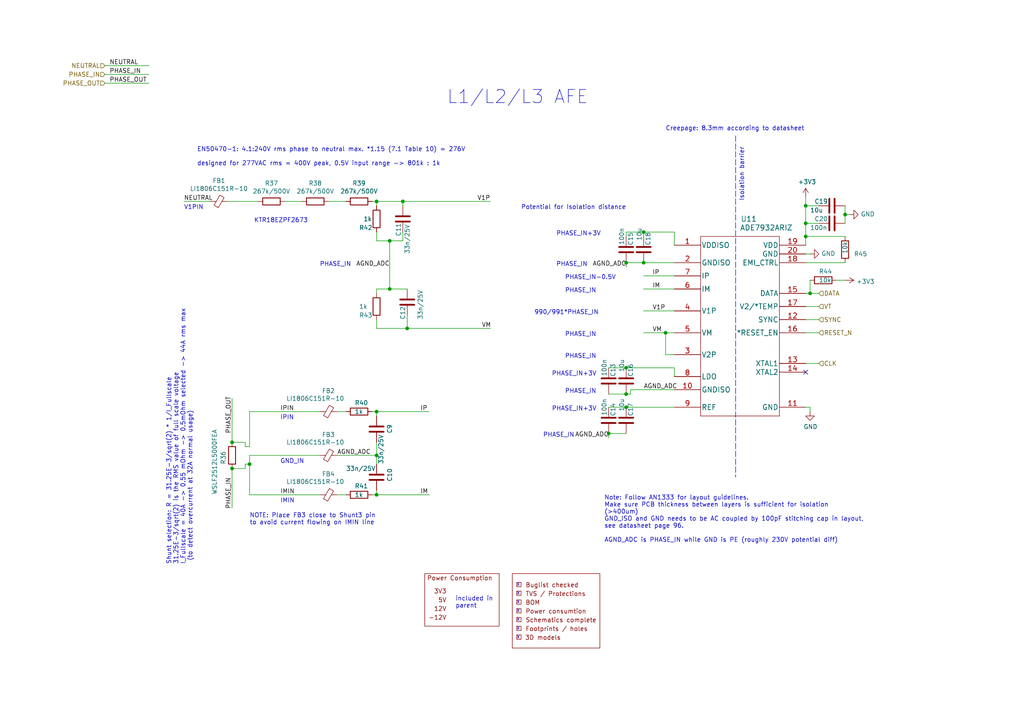
<source format=kicad_sch>
(kicad_sch (version 20211123) (generator eeschema)
  (paper "A4")
  (title_block (title "Yeti Board") (date "2021-05-14") (rev "02") (company "Pionix GmbH") (comment 1 "Cornelius Claussen"))
  (lib_symbols
    (symbol "Device:C" (pin_numbers hide) (pin_names (offset 0.254))
      (property "Reference" "C" (at 0.635 2.54 0))
      (property "Value" "C" (at 0.635 -2.54 0))
      (symbol "C_0_1"
        (polyline (pts (xy -2.032 -0.762) (xy 2.032 -0.762)) (stroke (width 0.508)))
        (polyline (pts (xy -2.032 0.762) (xy 2.032 0.762)) (stroke (width 0.508)))
      )
      (symbol "C_1_1"
        (pin passive line (at 0 3.81 270) (length 2.794) (name "~") (number "1"))
        (pin passive line (at 0 -3.81 90) (length 2.794) (name "~") (number "2"))
      )
    )
    (symbol "Device:FerriteBead_Small" (pin_numbers hide) (pin_names (offset 0))
      (property "Reference" "FB" (at 1.905 1.27 0))
      (property "Value" "FerriteBead_Small" (at 1.905 -1.27 0))
      (symbol "FerriteBead_Small_0_1"
        (polyline (pts (xy 0 -1.27) (xy 0 -0.7874)))
        (polyline (pts (xy 0 0.889) (xy 0 1.2954)))
        (polyline (pts (xy -1.8288 0.2794) (xy -1.1176 1.4986) (xy 1.8288 -0.2032) (xy 1.1176 -1.4224) (xy -1.8288 0.2794)))
      )
      (symbol "FerriteBead_Small_1_1"
        (pin passive line (at 0 2.54 270) (length 1.27) (name "~") (number "1"))
        (pin passive line (at 0 -2.54 90) (length 1.27) (name "~") (number "2"))
      )
    )
    (symbol "Device:R" (pin_numbers hide) (pin_names (offset 0))
      (property "Reference" "R" (at 2.032 0 90))
      (property "Value" "R" (at 0 0 90))
      (symbol "R_0_1"
        (rectangle (start -1.016 -2.54) (end 1.016 2.54) (stroke (width 0.254)))
      )
      (symbol "R_1_1"
        (pin passive line (at 0 3.81 270) (length 1.27) (name "~") (number "1"))
        (pin passive line (at 0 -3.81 90) (length 1.27) (name "~") (number "2"))
      )
    )
    (symbol "ev-devboard:ADE7932ARIZ" (pin_names (offset 0.254))
      (property "Reference" "U" (at -3.81 30.48 0))
      (property "Value" "ADE7932ARIZ" (at -3.81 27.94 0))
      (symbol "ADE7932ARIZ_0_1"
        (rectangle (start -12.7 25.4) (end 10.16 -26.67))
        (rectangle (start 10.16 -26.67) (end 10.16 -26.67))
      )
      (symbol "ADE7932ARIZ_1_1"
        (pin passive line (at -20.32 22.86 0) (length 7.62) (name "VDDISO") (number "1"))
        (pin passive line (at -20.32 -19.05 0) (length 7.62) (name "GNDISO") (number "10"))
        (pin power_in line (at 17.78 -24.13 180) (length 7.62) (name "GND") (number "11"))
        (pin input line (at 17.78 1.27 180) (length 7.62) (name "SYNC") (number "12"))
        (pin passive line (at 17.78 -11.43 180) (length 7.62) (name "XTAL1") (number "13"))
        (pin passive line (at 17.78 -13.97 180) (length 7.62) (name "XTAL2") (number "14"))
        (pin bidirectional line (at 17.78 8.89 180) (length 7.62) (name "DATA") (number "15"))
        (pin input line (at 17.78 -2.54 180) (length 7.62) (name "*RESET_EN") (number "16"))
        (pin passive line (at 17.78 5.08 180) (length 7.62) (name "V2/*TEMP") (number "17"))
        (pin input line (at 17.78 17.78 180) (length 7.62) (name "EMI_CTRL") (number "18"))
        (pin power_in line (at 17.78 22.86 180) (length 7.62) (name "VDD") (number "19"))
        (pin passive line (at -20.32 17.78 0) (length 7.62) (name "GNDISO") (number "2"))
        (pin power_in line (at 17.78 20.32 180) (length 7.62) (name "GND") (number "20"))
        (pin passive line (at -20.32 -8.89 0) (length 7.62) (name "V2P") (number "3"))
        (pin passive line (at -20.32 3.81 0) (length 7.62) (name "V1P") (number "4"))
        (pin passive line (at -20.32 -2.54 0) (length 7.62) (name "VM") (number "5"))
        (pin passive line (at -20.32 10.16 0) (length 7.62) (name "IM") (number "6"))
        (pin passive line (at -20.32 13.97 0) (length 7.62) (name "IP") (number "7"))
        (pin passive line (at -20.32 -15.24 0) (length 7.62) (name "LDO") (number "8"))
        (pin passive line (at -20.32 -24.13 0) (length 7.62) (name "REF") (number "9"))
      )
    )
    (symbol "ev-devboard:CHECKLIST" (pin_numbers hide) (pin_names (offset 0) hide)
      (symbol "CHECKLIST_0_0"
        (rectangle (start -11.43 10.16) (end 13.97 -11.43))
        (rectangle (start -10.16 7.62) (end -8.89 6.35))
        (text "3D models" (at -2.54 -7.62 0) (effects (font (size 1.27 1.27)) (justify top)))
        (text "BOM" (at -7.62 2.54 0) (effects (font (size 1.27 1.27)) (justify left top)))
        (text "Buglist checked" (at -7.62 7.62 0) (effects (font (size 1.27 1.27)) (justify left top)))
        (text "Footprints / holes" (at -7.62 -5.08 0) (effects (font (size 1.27 1.27)) (justify left top)))
        (text "Power consumtion" (at -7.62 0 0) (effects (font (size 1.27 1.27)) (justify left top)))
        (text "Schematics complete" (at -7.62 -2.54 0) (effects (font (size 1.27 1.27)) (justify left top)))
        (text "TVS / Protections" (at -7.62 5.08 0) (effects (font (size 1.27 1.27)) (justify left top)))
      )
      (symbol "CHECKLIST_1_1"
        (rectangle (start -10.16 -7.62) (end -8.89 -8.89))
        (rectangle (start -10.16 -5.08) (end -8.89 -6.35))
        (rectangle (start -10.16 -2.54) (end -8.89 -3.81))
        (rectangle (start -10.16 0) (end -8.89 -1.27))
        (rectangle (start -10.16 2.54) (end -8.89 1.27))
        (rectangle (start -10.16 5.08) (end -8.89 3.81))
      )
    )
    (symbol "ev-devboard:POWERCONSUMPTION" (pin_names (offset 1.016))
      (symbol "POWERCONSUMPTION_0_0"
        (rectangle (start -10.16 7.62) (end 11.43 -7.62))
        (text "-12V" (at -3.81 -5.08 0) (effects (font (size 1.27 1.27)) (justify right)))
        (text "12V" (at -3.81 -2.54 0) (effects (font (size 1.27 1.27)) (justify right)))
        (text "3V3" (at -3.81 2.54 0) (effects (font (size 1.27 1.27)) (justify right)))
        (text "5V" (at -3.81 0 0) (effects (font (size 1.27 1.27)) (justify right)))
        (text "Power Consumption" (at 0 6.35 0) (effects (font (size 1.27 1.27))))
      )
    )
    (symbol "power:+3.3V" (power) (pin_names (offset 0))
      (property "Value" "+3.3V" (at 0 3.556 0))
      (symbol "+3.3V_0_1"
        (polyline (pts (xy -0.762 1.27) (xy 0 2.54)))
        (polyline (pts (xy 0 0) (xy 0 2.54)))
        (polyline (pts (xy 0 2.54) (xy 0.762 1.27)))
      )
      (symbol "+3.3V_1_1"
        (pin power_in line (at 0 0 90) (length 0) hide (name "+3V3") (number "1"))
      )
    )
    (symbol "power:GND" (power) (pin_names (offset 0))
      (property "Value" "GND" (at 0 -3.81 0))
      (symbol "GND_0_1"
        (polyline (pts (xy 0 0) (xy 0 -1.27) (xy 1.27 -1.27) (xy 0 -2.54) (xy -1.27 -1.27) (xy 0 -1.27)))
      )
      (symbol "GND_1_1"
        (pin power_in line (at 0 0 270) (length 0) hide (name "GND") (number "1"))
      )
    )
  )
  (junction (at 67.31 135.89))
  (junction (at 193.04 96.52))
  (junction (at 181.61 118.11))
  (junction (at 113.03 69.85))
  (junction (at 181.61 76.2))
  (junction (at 109.22 119.38))
  (junction (at 233.68 64.77))
  (junction (at 233.68 59.69))
  (junction (at 176.53 125.73))
  (junction (at 109.22 58.42))
  (junction (at 181.61 114.3))
  (junction (at 113.03 83.82))
  (junction (at 234.95 85.09))
  (junction (at 67.31 128.27))
  (junction (at 109.22 143.51))
  (junction (at 118.11 95.25))
  (junction (at 186.69 76.2))
  (junction (at 116.84 58.42))
  (junction (at 233.68 68.58))
  (junction (at 181.61 106.68))
  (junction (at 186.69 67.31))
  (junction (at 245.11 62.23))
  (junction (at 72.39 134.62))
  (junction (at 109.22 132.08))
  (no_connect (at 233.68 107.95))
  (wire (pts (xy 53.34 58.42) (xy 60.96 58.42)))
  (wire (pts (xy 195.58 80.01) (xy 186.69 80.01)))
  (wire (pts (xy 181.61 67.31) (xy 181.61 68.58)))
  (wire (pts (xy 176.53 125.73) (xy 176.53 127)))
  (wire (pts (xy 67.31 135.89) (xy 71.12 135.89)))
  (wire (pts (xy 72.39 132.08) (xy 92.71 132.08)))
  (wire (pts (xy 109.22 132.08) (xy 109.22 134.62)))
  (wire (pts (xy 234.95 85.09) (xy 237.49 85.09)))
  (wire (pts (xy 109.22 92.71) (xy 109.22 95.25)))
  (wire (pts (xy 233.68 105.41) (xy 237.49 105.41)))
  (wire (pts (xy 245.11 81.28) (xy 242.57 81.28)))
  (wire (pts (xy 195.58 102.87) (xy 193.04 102.87)))
  (wire (pts (xy 116.84 58.42) (xy 142.24 58.42)))
  (wire (pts (xy 181.61 76.2) (xy 186.69 76.2)))
  (wire (pts (xy 107.95 58.42) (xy 109.22 58.42)))
  (wire (pts (xy 186.69 83.82) (xy 195.58 83.82)))
  (wire (pts (xy 97.79 132.08) (xy 109.22 132.08)))
  (wire (pts (xy 72.39 134.62) (xy 72.39 143.51)))
  (wire (pts (xy 107.95 119.38) (xy 109.22 119.38)))
  (wire (pts (xy 233.68 64.77) (xy 237.49 64.77)))
  (wire (pts (xy 109.22 67.31) (xy 109.22 69.85)))
  (wire (pts (xy 109.22 58.42) (xy 109.22 59.69)))
  (wire (pts (xy 109.22 119.38) (xy 109.22 120.65)))
  (wire (pts (xy 109.22 143.51) (xy 109.22 142.24)))
  (wire (pts (xy 109.22 119.38) (xy 124.46 119.38)))
  (wire (pts (xy 118.11 91.44) (xy 118.11 95.25)))
  (wire (pts (xy 109.22 132.08) (xy 109.22 128.27)))
  (wire (pts (xy 30.48 21.59) (xy 43.18 21.59)))
  (wire (pts (xy 67.31 128.27) (xy 71.12 128.27)))
  (wire (pts (xy 193.04 102.87) (xy 193.04 96.52)))
  (wire (pts (xy 237.49 59.69) (xy 233.68 59.69)))
  (polyline (pts (xy 213.36 39.37) (xy 213.36 138.43)))
  (wire (pts (xy 118.11 95.25) (xy 142.24 95.25)))
  (wire (pts (xy 233.68 64.77) (xy 233.68 59.69)))
  (wire (pts (xy 195.58 76.2) (xy 186.69 76.2)))
  (wire (pts (xy 71.12 128.27) (xy 71.12 129.54)))
  (wire (pts (xy 233.68 85.09) (xy 234.95 85.09)))
  (wire (pts (xy 113.03 69.85) (xy 116.84 69.85)))
  (wire (pts (xy 97.79 119.38) (xy 100.33 119.38)))
  (wire (pts (xy 72.39 134.62) (xy 72.39 132.08)))
  (wire (pts (xy 182.88 113.03) (xy 182.88 114.3)))
  (wire (pts (xy 195.58 67.31) (xy 186.69 67.31)))
  (wire (pts (xy 195.58 96.52) (xy 193.04 96.52)))
  (wire (pts (xy 233.68 88.9) (xy 237.49 88.9)))
  (wire (pts (xy 116.84 58.42) (xy 116.84 59.69)))
  (wire (pts (xy 95.25 58.42) (xy 100.33 58.42)))
  (wire (pts (xy 109.22 143.51) (xy 124.46 143.51)))
  (wire (pts (xy 181.61 106.68) (xy 195.58 106.68)))
  (wire (pts (xy 107.95 143.51) (xy 109.22 143.51)))
  (wire (pts (xy 233.68 76.2) (xy 245.11 76.2)))
  (wire (pts (xy 234.95 73.66) (xy 233.68 73.66)))
  (wire (pts (xy 245.11 59.69) (xy 245.11 62.23)))
  (wire (pts (xy 109.22 69.85) (xy 113.03 69.85)))
  (wire (pts (xy 176.53 125.73) (xy 181.61 125.73)))
  (wire (pts (xy 195.58 71.12) (xy 195.58 67.31)))
  (wire (pts (xy 182.88 114.3) (xy 181.61 114.3)))
  (wire (pts (xy 193.04 96.52) (xy 186.69 96.52)))
  (wire (pts (xy 233.68 71.12) (xy 233.68 68.58)))
  (wire (pts (xy 82.55 58.42) (xy 87.63 58.42)))
  (wire (pts (xy 245.11 62.23) (xy 246.38 62.23)))
  (wire (pts (xy 72.39 119.38) (xy 92.71 119.38)))
  (wire (pts (xy 195.58 90.17) (xy 186.69 90.17)))
  (wire (pts (xy 116.84 69.85) (xy 116.84 67.31)))
  (wire (pts (xy 109.22 85.09) (xy 109.22 83.82)))
  (wire (pts (xy 66.04 58.42) (xy 74.93 58.42)))
  (wire (pts (xy 234.95 118.11) (xy 234.95 119.38)))
  (wire (pts (xy 181.61 118.11) (xy 195.58 118.11)))
  (wire (pts (xy 109.22 83.82) (xy 113.03 83.82)))
  (wire (pts (xy 195.58 106.68) (xy 195.58 109.22)))
  (wire (pts (xy 109.22 95.25) (xy 118.11 95.25)))
  (wire (pts (xy 97.79 143.51) (xy 100.33 143.51)))
  (wire (pts (xy 186.69 67.31) (xy 181.61 67.31)))
  (wire (pts (xy 245.11 62.23) (xy 245.11 64.77)))
  (wire (pts (xy 233.68 118.11) (xy 234.95 118.11)))
  (wire (pts (xy 72.39 119.38) (xy 72.39 129.54)))
  (wire (pts (xy 182.88 113.03) (xy 195.58 113.03)))
  (wire (pts (xy 113.03 69.85) (xy 113.03 83.82)))
  (wire (pts (xy 233.68 59.69) (xy 233.68 57.15)))
  (wire (pts (xy 67.31 135.89) (xy 67.31 147.32)))
  (wire (pts (xy 234.95 85.09) (xy 234.95 81.28)))
  (wire (pts (xy 67.31 115.57) (xy 67.31 128.27)))
  (wire (pts (xy 71.12 135.89) (xy 71.12 134.62)))
  (wire (pts (xy 30.48 19.05) (xy 43.18 19.05)))
  (wire (pts (xy 186.69 67.31) (xy 186.69 68.58)))
  (wire (pts (xy 30.48 24.13) (xy 43.18 24.13)))
  (wire (pts (xy 181.61 118.11) (xy 176.53 118.11)))
  (wire (pts (xy 233.68 68.58) (xy 245.11 68.58)))
  (wire (pts (xy 109.22 58.42) (xy 116.84 58.42)))
  (wire (pts (xy 233.68 92.71) (xy 237.49 92.71)))
  (wire (pts (xy 181.61 76.2) (xy 181.61 77.47)))
  (wire (pts (xy 233.68 96.52) (xy 237.49 96.52)))
  (wire (pts (xy 72.39 143.51) (xy 92.71 143.51)))
  (wire (pts (xy 71.12 134.62) (xy 72.39 134.62)))
  (wire (pts (xy 176.53 106.68) (xy 181.61 106.68)))
  (wire (pts (xy 71.12 129.54) (xy 72.39 129.54)))
  (wire (pts (xy 176.53 114.3) (xy 181.61 114.3)))
  (wire (pts (xy 113.03 83.82) (xy 118.11 83.82)))
  (wire (pts (xy 233.68 68.58) (xy 233.68 64.77)))
  (text "X" (at 149.86 177.8 0) (effects (font (size 0.762 0.762)) (justify left bottom)))
  (text "Potential for Isolation distance" (at 151.13 60.96 0) (effects (font (size 1.27 1.27)) (justify left bottom)))
  (text "EN50470-1: 4.1:240V rms phase to neutral max. *1.15 (7.1 Table 10) = 276V\n\ndesigned for 277VAC rms = 400V peak, 0.5V input range -> 801k : 1k" (at 57.15 48.26 0) (effects (font (size 1.27 1.27)) (justify left bottom)))
  (text "X" (at 149.86 175.26 0) (effects (font (size 0.762 0.762)) (justify left bottom)))
  (text "PHASE_IN" (at 163.83 85.09 0) (effects (font (size 1.27 1.27)) (justify left bottom)))
  (text "PHASE_IN" (at 163.83 104.14 0) (effects (font (size 1.27 1.27)) (justify left bottom)))
  (text "PHASE_IN" (at 163.83 97.79 0) (effects (font (size 1.27 1.27)) (justify left bottom)))
  (text "X" (at 149.86 182.88 0) (effects (font (size 0.762 0.762)) (justify left bottom)))
  (text "PHASE_IN+3V" (at 160.02 109.22 0) (effects (font (size 1.27 1.27)) (justify left bottom)))
  (text "PHASE_IN" (at 163.83 114.3 0) (effects (font (size 1.27 1.27)) (justify left bottom)))
  (text "PHASE_IN+3V" (at 160.02 119.38 0) (effects (font (size 1.27 1.27)) (justify left bottom)))
  (text "X" (at 149.86 172.72 0) (effects (font (size 0.762 0.762)) (justify left bottom)))
  (text "Creepage: 8.3mm according to datasheet" (at 193.04 38.1 0) (effects (font (size 1.27 1.27)) (justify left bottom)))
  (text "X" (at 149.86 180.34 0) (effects (font (size 0.762 0.762)) (justify left bottom)))
  (text "PHASE_IN-0.5V" (at 163.83 81.28 0) (effects (font (size 1.27 1.27)) (justify left bottom)))
  (text "X" (at 149.86 185.42 0) (effects (font (size 0.762 0.762)) (justify left bottom)))
  (text "GND_IN" (at 81.28 134.62 0) (effects (font (size 1.27 1.27)) (justify left bottom)))
  (text "included in \nparent" (at 132.08 176.53 0) (effects (font (size 1.27 1.27)) (justify left bottom)))
  (text "Note: Follow AN1333 for layout guidelines.\nMake sure PCB thickness between layers is sufficient for isolation \n(>400um)\nGND_ISO and GND needs to be AC coupled by 100pF stitching cap in layout,\nsee datasheet page 96.\n\nAGND_ADC is PHASE_IN while GND is PE (roughly 230V potential diff)" (at 175.26 157.48 0) (effects (font (size 1.27 1.27)) (justify left bottom)))
  (text "990/991*PHASE_IN" (at 154.94 91.44 0) (effects (font (size 1.27 1.27)) (justify left bottom)))
  (text "NOTE: Place FB3 close to Shunt3 pin\nto avoid current flowing on IMIN line" (at 72.39 152.4 0) (effects (font (size 1.27 1.27)) (justify left bottom)))
  (text "X" (at 149.86 170.18 0) (effects (font (size 0.762 0.762)) (justify left bottom)))
  (text "V1PIN" (at 53.34 60.96 0) (effects (font (size 1.27 1.27)) (justify left bottom)))
  (text "Isolation barrier" (at 215.9 58.42 90) (effects (font (size 1.27 1.27)) (justify left bottom)))
  (text "IMIN" (at 81.28 146.05 0) (effects (font (size 1.27 1.27)) (justify left bottom)))
  (text "PHASE_IN" (at 157.48 127 0) (effects (font (size 1.27 1.27)) (justify left bottom)))
  (text "KTR18EZPF2673" (at 73.66 64.77 0) (effects (font (size 1.27 1.27)) (justify left bottom)))
  (text "PHASE_IN" (at 161.29 77.47 0) (effects (font (size 1.27 1.27)) (justify left bottom)))
  (text "PHASE_IN+3V" (at 161.29 68.58 0) (effects (font (size 1.27 1.27)) (justify left bottom)))
  (text "PHASE_IN" (at 92.71 77.47 0) (effects (font (size 1.27 1.27)) (justify left bottom)))
  (text "L1/L2/L3 AFE" (at 129.54 30.48 0) (effects (font (size 3.81 3.81)) (justify left bottom)))
  (text "Shunt selection: R = 31.25E-3/sqrt(2) * 1/I_Fullscale\n31.25E-3/sqrt(2) is the RMS value of full scale voltage\nI_Fullscale = 40A -> 0.55 mOhm -> 0.5mOhm selected -> 44A rms max\n (to detect overcurrent at 32A normal usage)" (at 55.88 163.83 90) (effects (font (size 1.27 1.27)) (justify left bottom)))
  (text "IPIN" (at 81.28 121.92 0) (effects (font (size 1.27 1.27)) (justify left bottom)))
  (label "AGND_ADC" (at 181.61 77.47 180))
  (label "PHASE_OUT" (at 31.75 24.13 0))
  (label "IM" (at 189.23 83.82 0))
  (label "VM" (at 139.7 95.25 0))
  (label "IMIN" (at 81.28 143.51 0))
  (label "NEUTRAL" (at 31.75 19.05 0))
  (label "IP" (at 121.92 119.38 0))
  (label "AGND_ADC" (at 186.69 113.03 0))
  (label "IPIN" (at 81.28 119.38 0))
  (label "PHASE_IN" (at 31.75 21.59 0))
  (label "V1P" (at 189.23 90.17 0))
  (label "IP" (at 189.23 80.01 0))
  (label "VM" (at 189.23 96.52 0))
  (label "AGND_ADC" (at 176.53 127 180))
  (label "IM" (at 121.92 143.51 0))
  (label "PHASE_IN" (at 67.31 138.43 270))
  (label "AGND_ADC" (at 113.03 77.47 180))
  (label "AGND_ADC" (at 97.79 132.08 0))
  (label "V1P" (at 138.43 58.42 0))
  (label "NEUTRAL" (at 53.34 58.42 0))
  (label "PHASE_OUT" (at 67.31 125.73 90))
  (hierarchical_label "CLK" (shape input) (at 237.49 105.41 0))
  (hierarchical_label "NEUTRAL" (shape input) (at 30.48 19.05 180))
  (hierarchical_label "RESET_N" (shape input) (at 237.49 96.52 0))
  (hierarchical_label "DATA" (shape input) (at 237.49 85.09 0))
  (hierarchical_label "PHASE_OUT" (shape input) (at 30.48 24.13 180))
  (hierarchical_label "VT" (shape input) (at 237.49 88.9 0))
  (hierarchical_label "PHASE_IN" (shape input) (at 30.48 21.59 180))
  (hierarchical_label "SYNC" (shape input) (at 237.49 92.71 0))
  (symbol (lib_id "Device:FerriteBead_Small") (at 63.5 58.42 270) (unit 1)
    (property "Reference" "FB1" (at 63.5 52.4002 90))
    (property "Value" "LI1806C151R-10" (at 63.5 54.7116 90))
    (property "Footprint" "Inductor_SMD:L_1806_4516Metric" (effects hide))
  )
  (symbol (lib_id "Device:R") (at 78.74 58.42 270) (unit 1)
    (property "Reference" "R37" (at 78.74 53.1622 90))
    (property "Value" "267k/500V" (at 78.74 55.4736 90))
    (property "Footprint" "Resistor_SMD:R_1206_3216Metric" (effects hide))
    (property "MPN" "KTR18EZPF2673" (effects hide))
    (property "Digikey" "RHM267KAICT-ND" (effects hide))
  )
  (symbol (lib_id "Device:R") (at 91.44 58.42 270) (unit 1)
    (property "Reference" "R38" (at 91.44 53.1622 90))
    (property "Value" "267k/500V" (at 91.44 55.4736 90))
    (property "Footprint" "Resistor_SMD:R_1206_3216Metric" (effects hide))
    (property "MPN" "KTR18EZPF2673" (effects hide))
    (property "Digikey" "RHM267KAICT-ND" (effects hide))
  )
  (symbol (lib_id "Device:R") (at 104.14 58.42 270) (unit 1)
    (property "Reference" "R39" (at 104.14 53.1622 90))
    (property "Value" "267k/500V" (at 104.14 55.4736 90))
    (property "Footprint" "Resistor_SMD:R_1206_3216Metric" (effects hide))
    (property "MPN" "KTR18EZPF2673" (effects hide))
    (property "Digikey" "RHM267KAICT-ND" (effects hide))
  )
  (symbol (lib_id "Device:R") (at 109.22 63.5 180) (unit 1)
    (property "Reference" "R42" (at 104.14 66.04 0) (effects (justify right)))
    (property "Value" "1k" (at 105.41 63.5 0) (effects (justify right)))
    (property "Footprint" "Resistor_SMD:R_0603_1608Metric" (effects hide))
  )
  (symbol (lib_id "Device:C") (at 116.84 63.5 0) (unit 1)
    (property "Reference" "C11" (at 115.57 68.58 90) (effects (justify left)))
    (property "Value" "33n/25V" (at 118.11 73.66 90) (effects (justify left)))
    (property "Footprint" "Capacitor_SMD:C_0603_1608Metric" (effects hide))
  )
  (symbol (lib_id "Device:R") (at 109.22 88.9 180) (unit 1)
    (property "Reference" "R43" (at 104.14 91.44 0) (effects (justify right)))
    (property "Value" "1k" (at 104.14 88.9 0) (effects (justify right)))
    (property "Footprint" "Resistor_SMD:R_0603_1608Metric" (effects hide))
  )
  (symbol (lib_id "Device:C") (at 118.11 87.63 0) (unit 1)
    (property "Reference" "C12" (at 116.84 92.71 90) (effects (justify left)))
    (property "Value" "33n/25V" (at 121.92 92.71 90) (effects (justify left)))
    (property "Footprint" "Capacitor_SMD:C_0603_1608Metric" (effects hide))
  )
  (symbol (lib_id "Device:FerriteBead_Small") (at 95.25 119.38 270) (unit 1)
    (property "Reference" "FB2" (at 95.25 113.3602 90))
    (property "Value" "LI1806C151R-10" (at 91.44 115.57 90))
    (property "Footprint" "Inductor_SMD:L_1806_4516Metric" (effects hide))
  )
  (symbol (lib_id "Device:FerriteBead_Small") (at 95.25 132.08 270) (unit 1)
    (property "Reference" "FB3" (at 95.25 126.0602 90))
    (property "Value" "LI1806C151R-10" (at 91.44 128.27 90))
    (property "Footprint" "Inductor_SMD:L_1806_4516Metric" (effects hide))
  )
  (symbol (lib_id "Device:FerriteBead_Small") (at 95.25 143.51 270) (unit 1)
    (property "Reference" "FB4" (at 95.25 137.4902 90))
    (property "Value" "LI1806C151R-10" (at 91.44 139.7 90))
    (property "Footprint" "Inductor_SMD:L_1806_4516Metric" (effects hide))
  )
  (symbol (lib_id "Device:C") (at 109.22 124.46 0) (unit 1)
    (property "Reference" "C9" (at 113.03 125.73 90) (effects (justify left)))
    (property "Value" "33n/25V" (at 110.49 134.62 90) (effects (justify left)))
    (property "Footprint" "Capacitor_SMD:C_0603_1608Metric" (effects hide))
  )
  (symbol (lib_id "Device:C") (at 109.22 138.43 0) (unit 1)
    (property "Reference" "C10" (at 113.03 139.7 90) (effects (justify left)))
    (property "Value" "33n/25V" (at 100.33 135.89 0) (effects (justify left)))
    (property "Footprint" "Capacitor_SMD:C_0603_1608Metric" (effects hide))
  )
  (symbol (lib_id "Device:R") (at 104.14 119.38 90) (unit 1)
    (property "Reference" "R40" (at 102.87 116.84 90) (effects (justify right)))
    (property "Value" "1k" (at 102.87 119.38 90) (effects (justify right)))
    (property "Footprint" "Resistor_SMD:R_0603_1608Metric" (effects hide))
  )
  (symbol (lib_id "Device:R") (at 245.11 72.39 180) (unit 1)
    (property "Reference" "R45" (at 247.65 73.66 0) (effects (justify right)))
    (property "Value" "10k" (at 245.11 73.66 90) (effects (justify right)))
    (property "Footprint" "Resistor_SMD:R_0603_1608Metric" (effects hide))
  )
  (symbol (lib_id "power:GND") (at 234.95 73.66 90) (unit 1)
    (property "Reference" "#PWR042" (effects hide))
    (property "Value" "GND" (at 238.2012 73.533 90) (effects (justify right)))
  )
  (symbol (lib_id "power:+3.3V") (at 245.11 81.28 270) (unit 1)
    (property "Reference" "#PWR044" (effects hide))
    (property "Value" "+3.3V" (at 248.3612 81.661 90) (effects (justify left)))
  )
  (symbol (lib_id "Device:C") (at 176.53 110.49 180) (unit 1)
    (property "Reference" "C13" (at 177.8 105.41 90) (effects (justify left)))
    (property "Value" "100n" (at 175.26 104.14 90) (effects (justify left)))
    (property "Footprint" "Capacitor_SMD:C_0603_1608Metric" (effects hide))
  )
  (symbol (lib_id "Device:C") (at 181.61 110.49 180) (unit 1)
    (property "Reference" "C16" (at 182.88 105.41 90) (effects (justify left)))
    (property "Value" "10u" (at 180.34 104.14 90) (effects (justify left)))
    (property "Footprint" "Capacitor_SMD:C_0603_1608Metric" (effects hide))
  )
  (symbol (lib_id "Device:C") (at 181.61 72.39 180) (unit 1)
    (property "Reference" "C15" (at 182.88 67.31 90) (effects (justify left)))
    (property "Value" "100n" (at 180.34 66.04 90) (effects (justify left)))
    (property "Footprint" "Capacitor_SMD:C_0603_1608Metric" (effects hide))
  )
  (symbol (lib_id "ev-devboard:ADE7932ARIZ") (at 215.9 93.98 0) (unit 1)
    (property "Reference" "U11" (at 217.17 63.5 0) (effects (font (size 1.524 1.524))))
    (property "Value" "ADE7932ARIZ" (at 222.25 66.04 0) (effects (font (size 1.524 1.524))))
    (property "Footprint" "ev-devboard:ADE7933ARIZ" (effects hide))
    (property "Digikey" "ADE7932ARIZ-RLCT-ND" (effects hide))
    (property "MPN" "ADE7932ARIZ-RL" (effects hide))
    (property "Manufacturer" "Analog Devices" (effects hide))
    (property "Price" "6.85" (effects hide))
  )
  (symbol (lib_id "Device:R") (at 67.31 132.08 0) (unit 1)
    (property "Reference" "R36" (at 64.77 130.81 90) (effects (justify right)))
    (property "Value" "WSLF2512L5000FEA" (at 62.23 124.46 90) (effects (justify right)))
    (property "Footprint" "ev-devboard:WSLF2512L5000FEA" (effects hide))
  )
  (symbol (lib_id "Device:R") (at 104.14 143.51 90) (unit 1)
    (property "Reference" "R41" (at 102.87 140.97 90) (effects (justify right)))
    (property "Value" "1k" (at 102.87 143.51 90) (effects (justify right)))
    (property "Footprint" "Resistor_SMD:R_0603_1608Metric" (effects hide))
  )
  (symbol (lib_id "power:+3.3V") (at 233.68 57.15 0) (unit 1)
    (property "Reference" "#PWR041" (effects hide))
    (property "Value" "+3.3V" (at 234.061 52.7558 0))
  )
  (symbol (lib_id "Device:C") (at 241.3 64.77 270) (unit 1)
    (property "Reference" "C20" (at 236.22 63.5 90) (effects (justify left)))
    (property "Value" "100n" (at 234.95 66.04 90) (effects (justify left)))
    (property "Footprint" "Capacitor_SMD:C_0603_1608Metric" (effects hide))
  )
  (symbol (lib_id "Device:C") (at 241.3 59.69 270) (unit 1)
    (property "Reference" "C19" (at 236.22 58.42 90) (effects (justify left)))
    (property "Value" "10u" (at 234.95 60.96 90) (effects (justify left)))
    (property "Footprint" "Capacitor_SMD:C_0603_1608Metric" (effects hide))
  )
  (symbol (lib_id "power:GND") (at 246.38 62.23 90) (unit 1)
    (property "Reference" "#PWR045" (effects hide))
    (property "Value" "GND" (at 249.6312 62.103 90) (effects (justify right)))
  )
  (symbol (lib_id "power:GND") (at 234.95 119.38 0) (unit 1)
    (property "Reference" "#PWR043" (effects hide))
    (property "Value" "GND" (at 235.077 123.7742 0))
  )
  (symbol (lib_id "Device:R") (at 238.76 81.28 90) (unit 1)
    (property "Reference" "R44" (at 237.49 78.74 90) (effects (justify right)))
    (property "Value" "10k" (at 237.49 81.28 90) (effects (justify right)))
    (property "Footprint" "Resistor_SMD:R_0603_1608Metric" (effects hide))
  )
  (symbol (lib_id "Device:C") (at 186.69 72.39 180) (unit 1)
    (property "Reference" "C18" (at 187.96 67.31 90) (effects (justify left)))
    (property "Value" "10u" (at 185.42 66.04 90) (effects (justify left)))
    (property "Footprint" "Capacitor_SMD:C_0603_1608Metric" (effects hide))
  )
  (symbol (lib_id "Device:C") (at 176.53 121.92 180) (unit 1)
    (property "Reference" "C14" (at 177.8 116.84 90) (effects (justify left)))
    (property "Value" "100n" (at 175.26 115.57 90) (effects (justify left)))
    (property "Footprint" "Capacitor_SMD:C_0603_1608Metric" (effects hide))
  )
  (symbol (lib_id "Device:C") (at 181.61 121.92 180) (unit 1)
    (property "Reference" "C17" (at 182.88 116.84 90) (effects (justify left)))
    (property "Value" "10u" (at 180.34 115.57 90) (effects (justify left)))
    (property "Footprint" "Capacitor_SMD:C_0603_1608Metric" (effects hide))
  )
  (symbol (lib_id "ev-devboard:POWERCONSUMPTION") (at 133.35 173.99 0) (unit 1)
    (property "Reference" "#NONE7" (effects hide))
    (property "Value" "POWERCONSUMPTION" (effects hide))
  )
  (symbol (lib_id "ev-devboard:CHECKLIST") (at 160.02 176.53 0) (unit 1)
    (property "Reference" "#NONE8" (effects hide))
    (property "Value" "CHECKLIST" (effects hide))
  )
)
</source>
